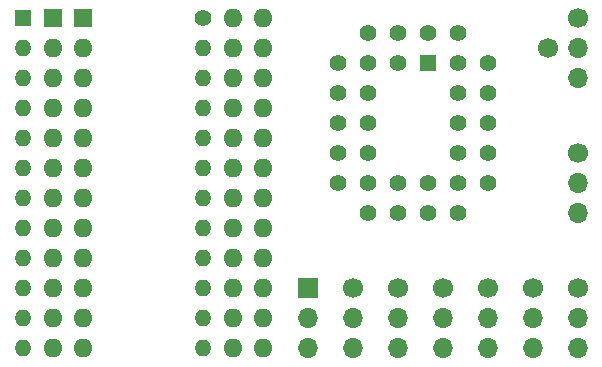
<source format=gts>
G04 #@! TF.GenerationSoftware,KiCad,Pcbnew,8.0.4*
G04 #@! TF.CreationDate,2024-11-26T19:46:24-06:00*
G04 #@! TF.ProjectId,Flash-2716,466c6173-682d-4323-9731-362e6b696361,rev?*
G04 #@! TF.SameCoordinates,Original*
G04 #@! TF.FileFunction,Soldermask,Top*
G04 #@! TF.FilePolarity,Negative*
%FSLAX46Y46*%
G04 Gerber Fmt 4.6, Leading zero omitted, Abs format (unit mm)*
G04 Created by KiCad (PCBNEW 8.0.4) date 2024-11-26 19:46:24*
%MOMM*%
%LPD*%
G01*
G04 APERTURE LIST*
%ADD10C,1.700000*%
%ADD11O,1.700000X1.700000*%
%ADD12R,1.600000X1.600000*%
%ADD13O,1.600000X1.600000*%
%ADD14R,1.700000X1.700000*%
%ADD15R,1.422400X1.422400*%
%ADD16C,1.422400*%
%ADD17O,1.422400X1.422400*%
G04 APERTURE END LIST*
D10*
X148590000Y-76215000D03*
D11*
X148590000Y-78755000D03*
X148590000Y-81295000D03*
D10*
X148590000Y-99075000D03*
D11*
X148590000Y-101615000D03*
X148590000Y-104155000D03*
D12*
X106680000Y-76200000D03*
D13*
X106680000Y-78740000D03*
X106680000Y-81280000D03*
X106680000Y-83820000D03*
X106680000Y-86360000D03*
X106680000Y-88900000D03*
X106680000Y-91440000D03*
X106680000Y-93980000D03*
X106680000Y-96520000D03*
X106680000Y-99060000D03*
X106680000Y-101600000D03*
X106680000Y-104140000D03*
X121920000Y-104140000D03*
X121920000Y-101600000D03*
X121920000Y-99060000D03*
X121920000Y-96520000D03*
X121920000Y-93980000D03*
X121920000Y-91440000D03*
X121920000Y-88900000D03*
X121920000Y-86360000D03*
X121920000Y-83820000D03*
X121920000Y-81280000D03*
X121920000Y-78740000D03*
X121920000Y-76200000D03*
D10*
X146050000Y-78755000D03*
D12*
X104140000Y-76200000D03*
D13*
X104140000Y-78740000D03*
X104140000Y-81280000D03*
X104140000Y-83820000D03*
X104140000Y-86360000D03*
X104140000Y-88900000D03*
X104140000Y-91440000D03*
X104140000Y-93980000D03*
X104140000Y-96520000D03*
X104140000Y-99060000D03*
X104140000Y-101600000D03*
X104140000Y-104140000D03*
X119380000Y-104140000D03*
X119380000Y-101600000D03*
X119380000Y-99060000D03*
X119380000Y-96520000D03*
X119380000Y-93980000D03*
X119380000Y-91440000D03*
X119380000Y-88900000D03*
X119380000Y-86360000D03*
X119380000Y-83820000D03*
X119380000Y-81280000D03*
X119380000Y-78740000D03*
X119380000Y-76200000D03*
D10*
X137160000Y-99075000D03*
D11*
X137160000Y-101615000D03*
X137160000Y-104155000D03*
D14*
X125730000Y-99060000D03*
D11*
X125730000Y-101600000D03*
X125730000Y-104140000D03*
D10*
X148590000Y-87630000D03*
D11*
X148590000Y-90170000D03*
X148590000Y-92710000D03*
D10*
X140970000Y-99060000D03*
D11*
X140970000Y-101600000D03*
X140970000Y-104140000D03*
D10*
X144780000Y-99075000D03*
D11*
X144780000Y-101615000D03*
X144780000Y-104155000D03*
D10*
X133350000Y-99075000D03*
D11*
X133350000Y-101615000D03*
X133350000Y-104155000D03*
D15*
X135890000Y-80010000D03*
D16*
X133350000Y-77470000D03*
X133350000Y-80010000D03*
X130810000Y-77470000D03*
X128270000Y-80010000D03*
X130810000Y-80010000D03*
X128270000Y-82550000D03*
X130810000Y-82550000D03*
X128270000Y-85090000D03*
X130810000Y-85090000D03*
X128270000Y-87630000D03*
X130810000Y-87630000D03*
X128270000Y-90170000D03*
X130810000Y-92710000D03*
X130810000Y-90170000D03*
X133350000Y-92710000D03*
X133350000Y-90170000D03*
X135890000Y-92710000D03*
X135890000Y-90170000D03*
X138430000Y-92710000D03*
X140970000Y-90170000D03*
X138430000Y-90170000D03*
X140970000Y-87630000D03*
X138430000Y-87630000D03*
X140970000Y-85090000D03*
X138430000Y-85090000D03*
X140970000Y-82550000D03*
X138430000Y-82550000D03*
X140970000Y-80010000D03*
X138430000Y-77470000D03*
X138430000Y-80010000D03*
X135890000Y-77470000D03*
D10*
X129540000Y-99075000D03*
D11*
X129540000Y-101615000D03*
X129540000Y-104155000D03*
D15*
X101600000Y-76200000D03*
D17*
X101600000Y-78740000D03*
X101600000Y-81280000D03*
X101600000Y-83820000D03*
X101600000Y-86360000D03*
X101600000Y-88900000D03*
X101600000Y-91440000D03*
X101600000Y-93980000D03*
X101600000Y-96520000D03*
X101600000Y-99060000D03*
X101600000Y-101600000D03*
X101600000Y-104140000D03*
D16*
X116840000Y-76200000D03*
D17*
X116840000Y-78740000D03*
X116840000Y-81280000D03*
X116840000Y-83820000D03*
X116840000Y-86360000D03*
X116840000Y-88900000D03*
X116840000Y-91440000D03*
X116840000Y-93980000D03*
X116840000Y-96520000D03*
X116840000Y-99060000D03*
X116840000Y-101600000D03*
X116840000Y-104140000D03*
M02*

</source>
